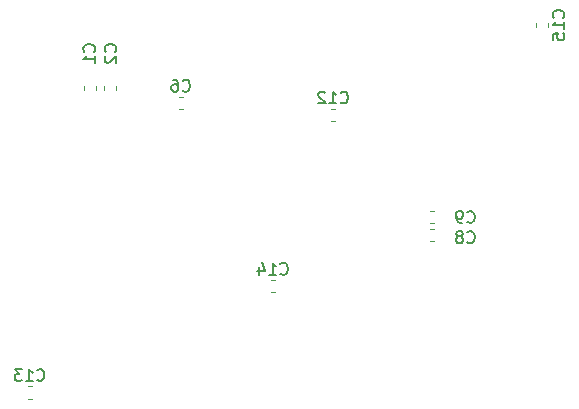
<source format=gbo>
G04 #@! TF.GenerationSoftware,KiCad,Pcbnew,(5.1.6)-1*
G04 #@! TF.CreationDate,2022-06-26T17:52:01+10:00*
G04 #@! TF.ProjectId,sensors,73656e73-6f72-4732-9e6b-696361645f70,rev?*
G04 #@! TF.SameCoordinates,Original*
G04 #@! TF.FileFunction,Legend,Bot*
G04 #@! TF.FilePolarity,Positive*
%FSLAX46Y46*%
G04 Gerber Fmt 4.6, Leading zero omitted, Abs format (unit mm)*
G04 Created by KiCad (PCBNEW (5.1.6)-1) date 2022-06-26 17:52:01*
%MOMM*%
%LPD*%
G01*
G04 APERTURE LIST*
%ADD10C,0.120000*%
%ADD11C,0.150000*%
G04 APERTURE END LIST*
D10*
X158590000Y-80012779D02*
X158590000Y-79687221D01*
X159610000Y-80012779D02*
X159610000Y-79687221D01*
X136462779Y-102460000D02*
X136137221Y-102460000D01*
X136462779Y-101440000D02*
X136137221Y-101440000D01*
X115862779Y-111460000D02*
X115537221Y-111460000D01*
X115862779Y-110440000D02*
X115537221Y-110440000D01*
X141562779Y-87960000D02*
X141237221Y-87960000D01*
X141562779Y-86940000D02*
X141237221Y-86940000D01*
X149962779Y-96560000D02*
X149637221Y-96560000D01*
X149962779Y-95540000D02*
X149637221Y-95540000D01*
X149962779Y-98160000D02*
X149637221Y-98160000D01*
X149962779Y-97140000D02*
X149637221Y-97140000D01*
X128662779Y-86960000D02*
X128337221Y-86960000D01*
X128662779Y-85940000D02*
X128337221Y-85940000D01*
X121990000Y-85312779D02*
X121990000Y-84987221D01*
X123010000Y-85312779D02*
X123010000Y-84987221D01*
X120290000Y-85312779D02*
X120290000Y-84987221D01*
X121310000Y-85312779D02*
X121310000Y-84987221D01*
D11*
X160887142Y-79207142D02*
X160934761Y-79159523D01*
X160982380Y-79016666D01*
X160982380Y-78921428D01*
X160934761Y-78778571D01*
X160839523Y-78683333D01*
X160744285Y-78635714D01*
X160553809Y-78588095D01*
X160410952Y-78588095D01*
X160220476Y-78635714D01*
X160125238Y-78683333D01*
X160030000Y-78778571D01*
X159982380Y-78921428D01*
X159982380Y-79016666D01*
X160030000Y-79159523D01*
X160077619Y-79207142D01*
X160982380Y-80159523D02*
X160982380Y-79588095D01*
X160982380Y-79873809D02*
X159982380Y-79873809D01*
X160125238Y-79778571D01*
X160220476Y-79683333D01*
X160268095Y-79588095D01*
X159982380Y-81064285D02*
X159982380Y-80588095D01*
X160458571Y-80540476D01*
X160410952Y-80588095D01*
X160363333Y-80683333D01*
X160363333Y-80921428D01*
X160410952Y-81016666D01*
X160458571Y-81064285D01*
X160553809Y-81111904D01*
X160791904Y-81111904D01*
X160887142Y-81064285D01*
X160934761Y-81016666D01*
X160982380Y-80921428D01*
X160982380Y-80683333D01*
X160934761Y-80588095D01*
X160887142Y-80540476D01*
X136942857Y-100877142D02*
X136990476Y-100924761D01*
X137133333Y-100972380D01*
X137228571Y-100972380D01*
X137371428Y-100924761D01*
X137466666Y-100829523D01*
X137514285Y-100734285D01*
X137561904Y-100543809D01*
X137561904Y-100400952D01*
X137514285Y-100210476D01*
X137466666Y-100115238D01*
X137371428Y-100020000D01*
X137228571Y-99972380D01*
X137133333Y-99972380D01*
X136990476Y-100020000D01*
X136942857Y-100067619D01*
X135990476Y-100972380D02*
X136561904Y-100972380D01*
X136276190Y-100972380D02*
X136276190Y-99972380D01*
X136371428Y-100115238D01*
X136466666Y-100210476D01*
X136561904Y-100258095D01*
X135133333Y-100305714D02*
X135133333Y-100972380D01*
X135371428Y-99924761D02*
X135609523Y-100639047D01*
X134990476Y-100639047D01*
X116342857Y-109877142D02*
X116390476Y-109924761D01*
X116533333Y-109972380D01*
X116628571Y-109972380D01*
X116771428Y-109924761D01*
X116866666Y-109829523D01*
X116914285Y-109734285D01*
X116961904Y-109543809D01*
X116961904Y-109400952D01*
X116914285Y-109210476D01*
X116866666Y-109115238D01*
X116771428Y-109020000D01*
X116628571Y-108972380D01*
X116533333Y-108972380D01*
X116390476Y-109020000D01*
X116342857Y-109067619D01*
X115390476Y-109972380D02*
X115961904Y-109972380D01*
X115676190Y-109972380D02*
X115676190Y-108972380D01*
X115771428Y-109115238D01*
X115866666Y-109210476D01*
X115961904Y-109258095D01*
X115057142Y-108972380D02*
X114438095Y-108972380D01*
X114771428Y-109353333D01*
X114628571Y-109353333D01*
X114533333Y-109400952D01*
X114485714Y-109448571D01*
X114438095Y-109543809D01*
X114438095Y-109781904D01*
X114485714Y-109877142D01*
X114533333Y-109924761D01*
X114628571Y-109972380D01*
X114914285Y-109972380D01*
X115009523Y-109924761D01*
X115057142Y-109877142D01*
X142042857Y-86377142D02*
X142090476Y-86424761D01*
X142233333Y-86472380D01*
X142328571Y-86472380D01*
X142471428Y-86424761D01*
X142566666Y-86329523D01*
X142614285Y-86234285D01*
X142661904Y-86043809D01*
X142661904Y-85900952D01*
X142614285Y-85710476D01*
X142566666Y-85615238D01*
X142471428Y-85520000D01*
X142328571Y-85472380D01*
X142233333Y-85472380D01*
X142090476Y-85520000D01*
X142042857Y-85567619D01*
X141090476Y-86472380D02*
X141661904Y-86472380D01*
X141376190Y-86472380D02*
X141376190Y-85472380D01*
X141471428Y-85615238D01*
X141566666Y-85710476D01*
X141661904Y-85758095D01*
X140709523Y-85567619D02*
X140661904Y-85520000D01*
X140566666Y-85472380D01*
X140328571Y-85472380D01*
X140233333Y-85520000D01*
X140185714Y-85567619D01*
X140138095Y-85662857D01*
X140138095Y-85758095D01*
X140185714Y-85900952D01*
X140757142Y-86472380D01*
X140138095Y-86472380D01*
X152766666Y-96507142D02*
X152814285Y-96554761D01*
X152957142Y-96602380D01*
X153052380Y-96602380D01*
X153195238Y-96554761D01*
X153290476Y-96459523D01*
X153338095Y-96364285D01*
X153385714Y-96173809D01*
X153385714Y-96030952D01*
X153338095Y-95840476D01*
X153290476Y-95745238D01*
X153195238Y-95650000D01*
X153052380Y-95602380D01*
X152957142Y-95602380D01*
X152814285Y-95650000D01*
X152766666Y-95697619D01*
X152290476Y-96602380D02*
X152100000Y-96602380D01*
X152004761Y-96554761D01*
X151957142Y-96507142D01*
X151861904Y-96364285D01*
X151814285Y-96173809D01*
X151814285Y-95792857D01*
X151861904Y-95697619D01*
X151909523Y-95650000D01*
X152004761Y-95602380D01*
X152195238Y-95602380D01*
X152290476Y-95650000D01*
X152338095Y-95697619D01*
X152385714Y-95792857D01*
X152385714Y-96030952D01*
X152338095Y-96126190D01*
X152290476Y-96173809D01*
X152195238Y-96221428D01*
X152004761Y-96221428D01*
X151909523Y-96173809D01*
X151861904Y-96126190D01*
X151814285Y-96030952D01*
X152766666Y-98207142D02*
X152814285Y-98254761D01*
X152957142Y-98302380D01*
X153052380Y-98302380D01*
X153195238Y-98254761D01*
X153290476Y-98159523D01*
X153338095Y-98064285D01*
X153385714Y-97873809D01*
X153385714Y-97730952D01*
X153338095Y-97540476D01*
X153290476Y-97445238D01*
X153195238Y-97350000D01*
X153052380Y-97302380D01*
X152957142Y-97302380D01*
X152814285Y-97350000D01*
X152766666Y-97397619D01*
X152195238Y-97730952D02*
X152290476Y-97683333D01*
X152338095Y-97635714D01*
X152385714Y-97540476D01*
X152385714Y-97492857D01*
X152338095Y-97397619D01*
X152290476Y-97350000D01*
X152195238Y-97302380D01*
X152004761Y-97302380D01*
X151909523Y-97350000D01*
X151861904Y-97397619D01*
X151814285Y-97492857D01*
X151814285Y-97540476D01*
X151861904Y-97635714D01*
X151909523Y-97683333D01*
X152004761Y-97730952D01*
X152195238Y-97730952D01*
X152290476Y-97778571D01*
X152338095Y-97826190D01*
X152385714Y-97921428D01*
X152385714Y-98111904D01*
X152338095Y-98207142D01*
X152290476Y-98254761D01*
X152195238Y-98302380D01*
X152004761Y-98302380D01*
X151909523Y-98254761D01*
X151861904Y-98207142D01*
X151814285Y-98111904D01*
X151814285Y-97921428D01*
X151861904Y-97826190D01*
X151909523Y-97778571D01*
X152004761Y-97730952D01*
X128666666Y-85377142D02*
X128714285Y-85424761D01*
X128857142Y-85472380D01*
X128952380Y-85472380D01*
X129095238Y-85424761D01*
X129190476Y-85329523D01*
X129238095Y-85234285D01*
X129285714Y-85043809D01*
X129285714Y-84900952D01*
X129238095Y-84710476D01*
X129190476Y-84615238D01*
X129095238Y-84520000D01*
X128952380Y-84472380D01*
X128857142Y-84472380D01*
X128714285Y-84520000D01*
X128666666Y-84567619D01*
X127809523Y-84472380D02*
X128000000Y-84472380D01*
X128095238Y-84520000D01*
X128142857Y-84567619D01*
X128238095Y-84710476D01*
X128285714Y-84900952D01*
X128285714Y-85281904D01*
X128238095Y-85377142D01*
X128190476Y-85424761D01*
X128095238Y-85472380D01*
X127904761Y-85472380D01*
X127809523Y-85424761D01*
X127761904Y-85377142D01*
X127714285Y-85281904D01*
X127714285Y-85043809D01*
X127761904Y-84948571D01*
X127809523Y-84900952D01*
X127904761Y-84853333D01*
X128095238Y-84853333D01*
X128190476Y-84900952D01*
X128238095Y-84948571D01*
X128285714Y-85043809D01*
X122957142Y-82083333D02*
X123004761Y-82035714D01*
X123052380Y-81892857D01*
X123052380Y-81797619D01*
X123004761Y-81654761D01*
X122909523Y-81559523D01*
X122814285Y-81511904D01*
X122623809Y-81464285D01*
X122480952Y-81464285D01*
X122290476Y-81511904D01*
X122195238Y-81559523D01*
X122100000Y-81654761D01*
X122052380Y-81797619D01*
X122052380Y-81892857D01*
X122100000Y-82035714D01*
X122147619Y-82083333D01*
X122147619Y-82464285D02*
X122100000Y-82511904D01*
X122052380Y-82607142D01*
X122052380Y-82845238D01*
X122100000Y-82940476D01*
X122147619Y-82988095D01*
X122242857Y-83035714D01*
X122338095Y-83035714D01*
X122480952Y-82988095D01*
X123052380Y-82416666D01*
X123052380Y-83035714D01*
X121157142Y-82083333D02*
X121204761Y-82035714D01*
X121252380Y-81892857D01*
X121252380Y-81797619D01*
X121204761Y-81654761D01*
X121109523Y-81559523D01*
X121014285Y-81511904D01*
X120823809Y-81464285D01*
X120680952Y-81464285D01*
X120490476Y-81511904D01*
X120395238Y-81559523D01*
X120300000Y-81654761D01*
X120252380Y-81797619D01*
X120252380Y-81892857D01*
X120300000Y-82035714D01*
X120347619Y-82083333D01*
X121252380Y-83035714D02*
X121252380Y-82464285D01*
X121252380Y-82750000D02*
X120252380Y-82750000D01*
X120395238Y-82654761D01*
X120490476Y-82559523D01*
X120538095Y-82464285D01*
M02*

</source>
